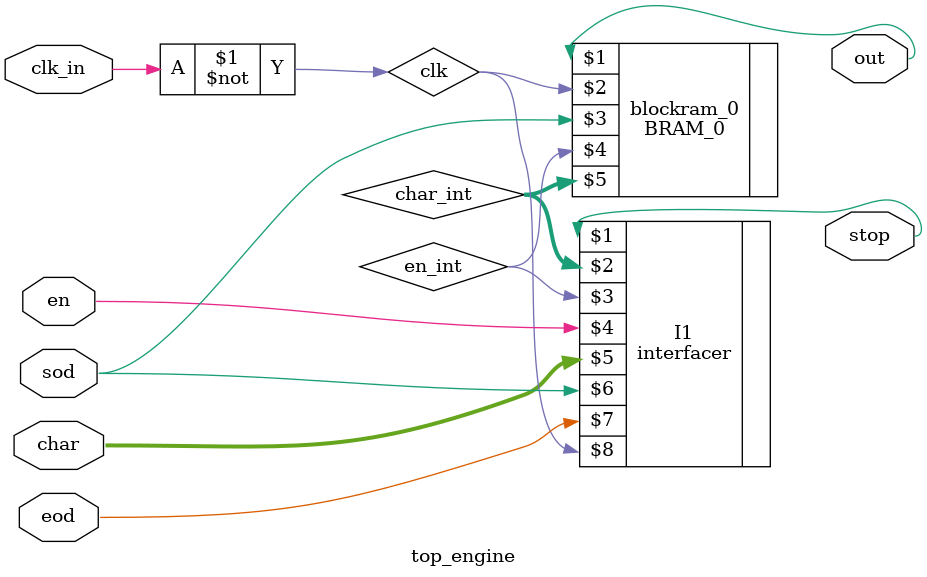
<source format=v>
module top_engine(out,stop,clk_in,sod,en,char,eod);
	input [7:0] char;
	input clk_in,sod,en,eod;
	output stop;
 	wire [7:0] char_int;
	wire en_int;
	output [0:0] out;

	assign clk = ~clk_in;
	interfacer I1(stop,char_int,en_int,en,char,sod,eod,clk);
	BRAM_0 blockram_0 (out[0],clk,sod,en_int,char_int);

endmodule

</source>
